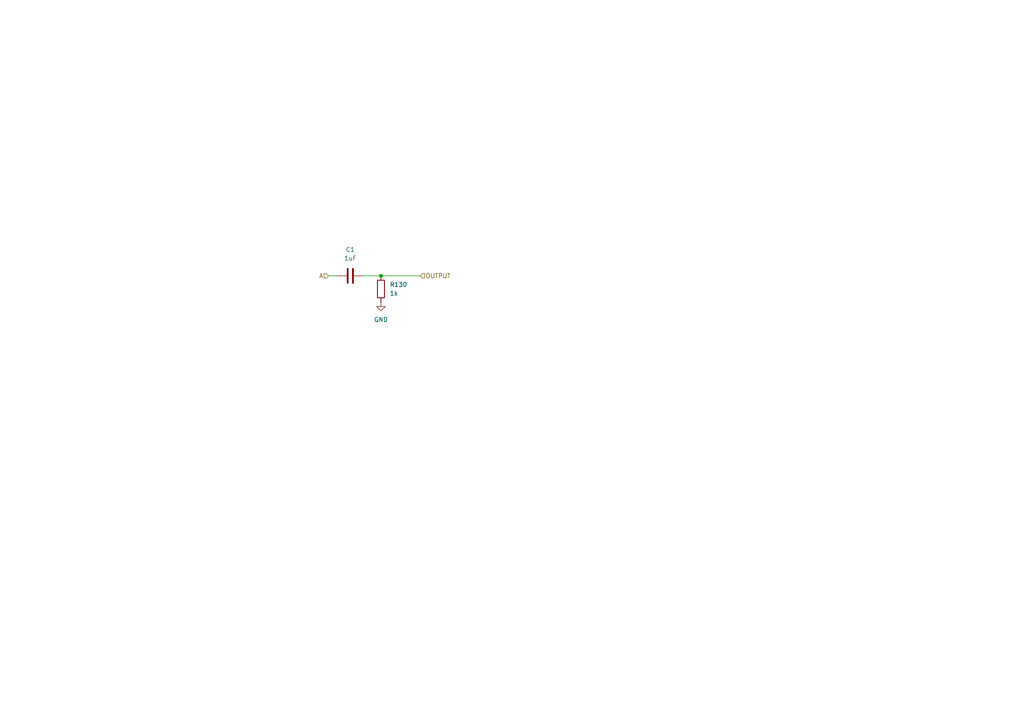
<source format=kicad_sch>
(kicad_sch (version 20231120) (generator "eeschema") (generator_version "8.0")
  (paper "A4")
  (lib_symbols
    (symbol "Device:C" (pin_numbers hide) (pin_names (offset 0.254))
      (property "Reference" "C" (at 0.635 2.54 0))
      (property "Value" "C" (at 0.635 -2.54 0))
      (symbol "C_0_1"
        (polyline (pts (xy -2.032 -0.762) (xy 2.032 -0.762)) (stroke (width 0.508)))
        (polyline (pts (xy -2.032 0.762) (xy 2.032 0.762)) (stroke (width 0.508)))
      )
      (symbol "C_1_1"
        (pin passive line (at 0 3.81 270) (length 2.794) (name "~") (number "1"))
        (pin passive line (at 0 -3.81 90) (length 2.794) (name "~") (number "2"))
      )
    )
    (symbol "Device:R" (pin_numbers hide) (pin_names (offset 0))
      (property "Reference" "R" (at 2.032 0 90))
      (property "Value" "R" (at 0 0 90))
      (symbol "R_0_1"
        (rectangle (start -1.016 -2.54) (end 1.016 2.54) (stroke (width 0.254)))
      )
      (symbol "R_1_1"
        (pin passive line (at 0 3.81 270) (length 1.27) (name "~") (number "1"))
        (pin passive line (at 0 -3.81 90) (length 1.27) (name "~") (number "2"))
      )
    )
    (symbol "power:GND" (power) (pin_numbers hide) (pin_names (offset 0) hide)
      (property "Value" "GND" (at 0 -3.81 0))
      (symbol "GND_0_1"
        (polyline (pts (xy 0 0) (xy 0 -1.27) (xy 1.27 -1.27) (xy 0 -2.54) (xy -1.27 -1.27) (xy 0 -1.27)))
      )
      (symbol "GND_1_1"
        (pin power_in line (at 0 0 270) (length 0) (name "~") (number "1"))
      )
    )
  )
  (junction (at 110.49 80.01))
  (wire (pts (xy 105.41 80.01) (xy 110.49 80.01)))
  (wire (pts (xy 95.25 80.01) (xy 97.79 80.01)))
  (wire (pts (xy 110.49 80.01) (xy 121.92 80.01)))
  (hierarchical_label "A" (shape input) (at 95.25 80.01 180))
  (hierarchical_label "OUTPUT" (shape input) (at 121.92 80.01 0))
  (symbol (lib_id "Device:R") (at 110.49 83.82 0) (unit 1)
    (property "Reference" "R130" (at 113.03 82.5499 0) (effects (justify left)))
    (property "Value" "1k" (at 113.03 85.0899 0) (effects (justify left)))
    (property "Description" "Resistor" (effects (hide yes)))
  )
  (symbol (lib_id "Device:C") (at 101.6 80.01 90) (unit 1)
    (property "Reference" "C1" (at 101.6 72.39 90))
    (property "Value" "1uF" (at 101.6 74.93 90))
    (property "Description" "Unpolarized capacitor" (effects (hide yes)))
  )
  (symbol (lib_id "power:GND") (at 110.49 87.63 0) (unit 1)
    (property "Reference" "#PWR047" (effects (hide yes)))
    (property "Value" "GND" (at 110.49 92.71 0))
    (property "Description" "Power symbol creates a global label with name \"GND\" , ground" (effects (hide yes)))
  )
)
</source>
